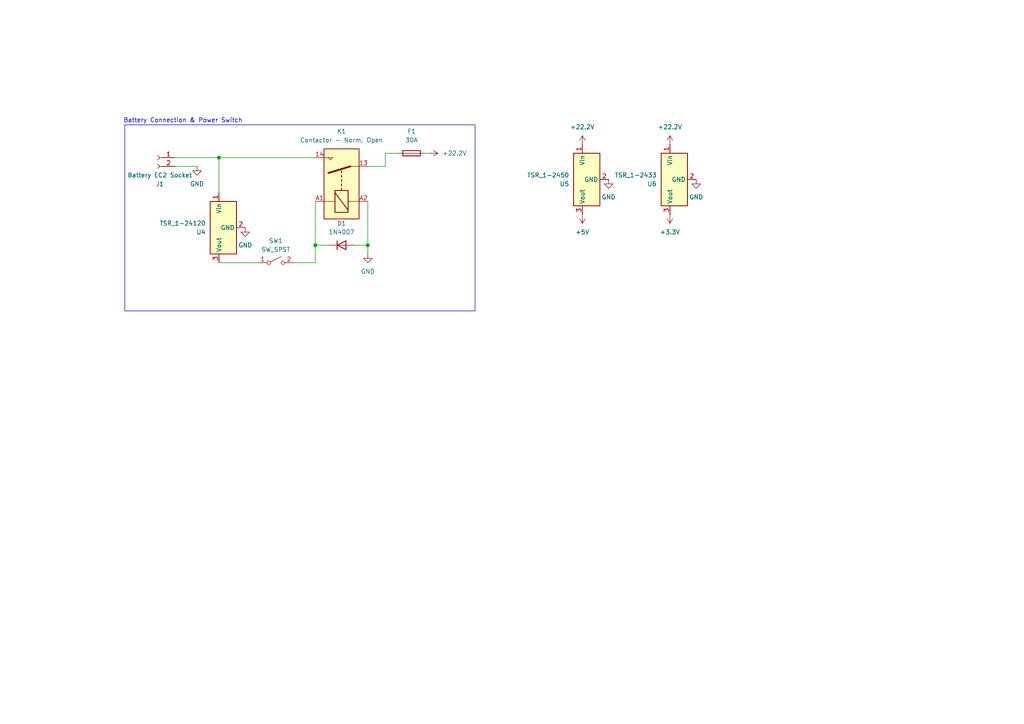
<source format=kicad_sch>
(kicad_sch (version 20250114) (generator "eeschema") (generator_version "9.0")
  (paper "A4")
  (lib_symbols
    (symbol "Connector:Conn_01x02_Socket" (pin_names (offset 1.016) (hide yes))
      (property "Reference" "J" (at 0 2.54 0))
      (property "Value" "Conn_01x02_Socket" (at 0 -5.08 0))
      (symbol "Conn_01x02_Socket_1_1"
        (polyline (pts (xy -1.27 0) (xy -0.508 0)) (stroke (width 0.1524)))
        (polyline (pts (xy -1.27 -2.54) (xy -0.508 -2.54)) (stroke (width 0.1524)))
        (arc (start 0 -0.508) (mid -0.5058 0) (end 0 0.508) (stroke (width 0.1524)))
        (arc (start 0 -3.048) (mid -0.5058 -2.54) (end 0 -2.032) (stroke (width 0.1524)))
        (pin passive line (at -5.08 0 0) (length 3.81) (name "Pin_1") (number "1"))
        (pin passive line (at -5.08 -2.54 0) (length 3.81) (name "Pin_2") (number "2"))
      )
    )
    (symbol "Device:Fuse" (pin_numbers (hide yes)) (pin_names (offset 0))
      (property "Reference" "F" (at 2.032 0 90))
      (property "Value" "Fuse" (at -1.905 0 90))
      (symbol "Fuse_0_1"
        (rectangle (start -0.762 -2.54) (end 0.762 2.54) (stroke (width 0.254)))
        (polyline (pts (xy 0 2.54) (xy 0 -2.54)))
      )
      (symbol "Fuse_1_1"
        (pin passive line (at 0 3.81 270) (length 1.27) (name "~") (number "1"))
        (pin passive line (at 0 -3.81 90) (length 1.27) (name "~") (number "2"))
      )
    )
    (symbol "Diode:1N4007" (pin_numbers (hide yes)) (pin_names (hide yes))
      (property "Reference" "D" (at 0 2.54 0))
      (property "Value" "1N4007" (at 0 -2.54 0))
      (symbol "1N4007_0_1"
        (polyline (pts (xy -1.27 1.27) (xy -1.27 -1.27)) (stroke (width 0.254)))
        (polyline (pts (xy 1.27 1.27) (xy 1.27 -1.27) (xy -1.27 0) (xy 1.27 1.27)) (stroke (width 0.254)))
        (polyline (pts (xy 1.27 0) (xy -1.27 0)))
      )
      (symbol "1N4007_1_1"
        (pin passive line (at -3.81 0 0) (length 2.54) (name "K") (number "1"))
        (pin passive line (at 3.81 0 180) (length 2.54) (name "A") (number "2"))
      )
    )
    (symbol "Regulator_Switching:TSR_1-24120"
      (property "Reference" "U" (at -7.62 6.35 0))
      (property "Value" "TSR_1-24120" (at -1.27 6.35 0))
      (symbol "TSR_1-24120_0_1"
        (rectangle (start -7.62 5.08) (end 7.62 -2.54) (stroke (width 0.254)) (fill (type background)))
      )
      (symbol "TSR_1-24120_1_1"
        (pin power_in line (at -10.16 2.54 0) (length 2.54) (name "Vin") (number "1"))
        (pin power_in line (at 0 -5.08 90) (length 2.54) (name "GND") (number "2"))
        (pin power_out line (at 10.16 2.54 180) (length 2.54) (name "Vout") (number "3"))
      )
    )
    (symbol "Regulator_Switching:TSR_1-2433"
      (property "Reference" "U" (at -7.62 6.35 0))
      (property "Value" "TSR_1-2433" (at -1.27 6.35 0))
      (symbol "TSR_1-2433_0_1"
        (rectangle (start -7.62 5.08) (end 7.62 -2.54) (stroke (width 0.254)) (fill (type background)))
      )
      (symbol "TSR_1-2433_1_1"
        (pin power_in line (at -10.16 2.54 0) (length 2.54) (name "Vin") (number "1"))
        (pin power_in line (at 0 -5.08 90) (length 2.54) (name "GND") (number "2"))
        (pin power_out line (at 10.16 2.54 180) (length 2.54) (name "Vout") (number "3"))
      )
    )
    (symbol "Regulator_Switching:TSR_1-2450"
      (property "Reference" "U" (at -7.62 6.35 0))
      (property "Value" "TSR_1-2450" (at -1.27 6.35 0))
      (symbol "TSR_1-2450_0_1"
        (rectangle (start -7.62 5.08) (end 7.62 -2.54) (stroke (width 0.254)) (fill (type background)))
      )
      (symbol "TSR_1-2450_1_1"
        (pin power_in line (at -10.16 2.54 0) (length 2.54) (name "Vin") (number "1"))
        (pin power_in line (at 0 -5.08 90) (length 2.54) (name "GND") (number "2"))
        (pin power_out line (at 10.16 2.54 180) (length 2.54) (name "Vout") (number "3"))
      )
    )
    (symbol "Relay:Relay_SPST-NO"
      (property "Reference" "K" (at 11.43 3.81 0))
      (property "Value" "Relay_SPST-NO" (at 11.43 1.27 0))
      (symbol "Relay_SPST-NO_0_0"
        (polyline (pts (xy 7.62 5.08) (xy 7.62 2.54) (xy 6.985 3.175) (xy 7.62 3.81)))
      )
      (symbol "Relay_SPST-NO_0_1"
        (rectangle (start -10.16 5.08) (end 10.16 -5.08) (stroke (width 0.254)) (fill (type background)))
        (rectangle (start -8.255 1.905) (end -1.905 -1.905) (stroke (width 0.254)))
        (polyline (pts (xy -7.62 -1.905) (xy -2.54 1.905)) (stroke (width 0.254)))
        (polyline (pts (xy -5.08 5.08) (xy -5.08 1.905)))
        (polyline (pts (xy -5.08 -5.08) (xy -5.08 -1.905)))
        (polyline (pts (xy -1.905 0) (xy -1.27 0)) (stroke (width 0.254)))
        (polyline (pts (xy -0.635 0) (xy 0 0)) (stroke (width 0.254)))
        (polyline (pts (xy 0.635 0) (xy 1.27 0)) (stroke (width 0.254)))
        (polyline (pts (xy 1.905 0) (xy 2.54 0)) (stroke (width 0.254)))
        (polyline (pts (xy 3.175 0) (xy 3.81 0)) (stroke (width 0.254)))
        (polyline (pts (xy 5.08 -2.54) (xy 3.175 3.81)) (stroke (width 0.508)))
        (polyline (pts (xy 5.08 -2.54) (xy 5.08 -5.08)))
      )
      (symbol "Relay_SPST-NO_1_1"
        (pin passive line (at -5.08 7.62 270) (length 2.54) (name "~") (number "A1"))
        (pin passive line (at -5.08 -7.62 90) (length 2.54) (name "~") (number "A2"))
        (pin passive line (at 5.08 -7.62 90) (length 2.54) (name "~") (number "13"))
        (pin passive line (at 7.62 7.62 270) (length 2.54) (name "~") (number "14"))
      )
    )
    (symbol "Switch:SW_SPST" (pin_names (offset 0) (hide yes))
      (property "Reference" "SW" (at 0 3.175 0))
      (property "Value" "SW_SPST" (at 0 -2.54 0))
      (symbol "SW_SPST_0_0"
        (circle (center -2.032 0) (radius 0.508))
        (polyline (pts (xy -1.524 0.254) (xy 1.524 1.778)))
        (circle (center 2.032 0) (radius 0.508))
      )
      (symbol "SW_SPST_1_1"
        (pin passive line (at -5.08 0 0) (length 2.54) (name "A") (number "1"))
        (pin passive line (at 5.08 0 180) (length 2.54) (name "B") (number "2"))
      )
    )
    (symbol "power:+24V" (power) (pin_numbers (hide yes)) (pin_names (offset 0) (hide yes))
      (property "Value" "+24V" (at 0 3.556 0))
      (symbol "+24V_0_1"
        (polyline (pts (xy -0.762 1.27) (xy 0 2.54)))
        (polyline (pts (xy 0 2.54) (xy 0.762 1.27)))
        (polyline (pts (xy 0 0) (xy 0 2.54)))
      )
      (symbol "+24V_1_1"
        (pin power_in line (at 0 0 90) (length 0) (name "~") (number "1"))
      )
    )
    (symbol "power:+3.3V" (power) (pin_numbers (hide yes)) (pin_names (offset 0) (hide yes))
      (property "Value" "+3.3V" (at 0 3.556 0))
      (symbol "+3.3V_0_1"
        (polyline (pts (xy -0.762 1.27) (xy 0 2.54)))
        (polyline (pts (xy 0 2.54) (xy 0.762 1.27)))
        (polyline (pts (xy 0 0) (xy 0 2.54)))
      )
      (symbol "+3.3V_1_1"
        (pin power_in line (at 0 0 90) (length 0) (name "~") (number "1"))
      )
    )
    (symbol "power:+5V" (power) (pin_numbers (hide yes)) (pin_names (offset 0) (hide yes))
      (property "Value" "+5V" (at 0 3.556 0))
      (symbol "+5V_0_1"
        (polyline (pts (xy -0.762 1.27) (xy 0 2.54)))
        (polyline (pts (xy 0 2.54) (xy 0.762 1.27)))
        (polyline (pts (xy 0 0) (xy 0 2.54)))
      )
      (symbol "+5V_1_1"
        (pin power_in line (at 0 0 90) (length 0) (name "~") (number "1"))
      )
    )
    (symbol "power:GND" (power) (pin_numbers (hide yes)) (pin_names (offset 0) (hide yes))
      (property "Value" "GND" (at 0 -3.81 0))
      (symbol "GND_0_1"
        (polyline (pts (xy 0 0) (xy 0 -1.27) (xy 1.27 -1.27) (xy 0 -2.54) (xy -1.27 -1.27) (xy 0 -1.27)))
      )
      (symbol "GND_1_1"
        (pin power_in line (at 0 0 270) (length 0) (name "~") (number "1"))
      )
    )
  )
  (rectangle (start 36.195 36.195) (end 137.795 90.17))
  (text "Battery Connection & Power Switch\n" (at 53.086 35.052 0) (effects (font (size 1.27 1.27))))
  (junction (at 91.44 71.12))
  (junction (at 63.5 45.72))
  (junction (at 106.68 71.12))
  (wire (pts (xy 63.5 76.2) (xy 74.93 76.2)))
  (wire (pts (xy 91.44 76.2) (xy 91.44 71.12)))
  (wire (pts (xy 57.15 48.26) (xy 50.8 48.26)))
  (wire (pts (xy 63.5 45.72) (xy 91.44 45.72)))
  (wire (pts (xy 106.68 48.26) (xy 111.76 48.26)))
  (wire (pts (xy 91.44 71.12) (xy 95.25 71.12)))
  (wire (pts (xy 106.68 73.66) (xy 106.68 71.12)))
  (wire (pts (xy 63.5 45.72) (xy 63.5 55.88)))
  (wire (pts (xy 106.68 58.42) (xy 106.68 71.12)))
  (wire (pts (xy 124.46 44.45) (xy 123.19 44.45)))
  (wire (pts (xy 111.76 48.26) (xy 111.76 44.45)))
  (wire (pts (xy 91.44 58.42) (xy 91.44 71.12)))
  (wire (pts (xy 111.76 44.45) (xy 115.57 44.45)))
  (wire (pts (xy 85.09 76.2) (xy 91.44 76.2)))
  (wire (pts (xy 106.68 71.12) (xy 102.87 71.12)))
  (wire (pts (xy 50.8 45.72) (xy 63.5 45.72)))
  (symbol (lib_id "power:GND") (at 57.15 48.26 0) (unit 1)
    (property "Reference" "#PWR06" (effects (hide yes)))
    (property "Value" "GND" (at 57.15 53.34 0))
    (property "Description" "Power symbol creates a global label with name \"GND\" , ground" (effects (hide yes)))
  )
  (symbol (lib_id "power:+24V") (at 168.91 41.91 0) (unit 1)
    (property "Reference" "#PWR010" (effects (hide yes)))
    (property "Value" "+22.2V" (at 168.91 36.83 0))
    (property "Description" "Power symbol creates a global label with name \"+24V\"" (effects (hide yes)))
  )
  (symbol (lib_id "power:GND") (at 201.93 52.07 0) (unit 1)
    (property "Reference" "#PWR014" (effects (hide yes)))
    (property "Value" "GND" (at 201.93 57.15 0))
    (property "Description" "Power symbol creates a global label with name \"GND\" , ground" (effects (hide yes)))
  )
  (symbol (lib_id "Regulator_Switching:TSR_1-2433") (at 196.85 52.07 90) (mirror x) (unit 1)
    (property "Reference" "U6" (at 190.5 53.3401 90) (effects (justify left)))
    (property "Value" "TSR_1-2433" (at 190.5 50.8001 90) (effects (justify left)))
    (property "Footprint" "Converter_DCDC:Converter_DCDC_TRACO_TSR-1_THT" (effects (hide yes)))
    (property "Datasheet" "http://www.tracopower.com/products/tsr1.pdf" (effects (hide yes)))
    (property "Description" "1A step-down regulator module, fixed 3.3V output voltage, 5-36V input voltage, -40°C to +85°C temperature range, TO-220 compatible LM78xx replacement" (effects (hide yes)))
  )
  (symbol (lib_id "Relay:Relay_SPST-NO") (at 99.06 53.34 90) (unit 1)
    (property "Reference" "K1" (at 99.06 38.1 90))
    (property "Value" "Contactor - Norm. Open" (at 99.06 40.64 90))
    (property "Description" "Relay SPST, normally open, EN50005" (effects (hide yes)))
  )
  (symbol (lib_id "Regulator_Switching:TSR_1-2450") (at 171.45 52.07 90) (mirror x) (unit 1)
    (property "Reference" "U5" (at 165.1 53.3401 90) (effects (justify left)))
    (property "Value" "TSR_1-2450" (at 165.1 50.8001 90) (effects (justify left)))
    (property "Footprint" "Converter_DCDC:Converter_DCDC_TRACO_TSR-1_THT" (effects (hide yes)))
    (property "Datasheet" "http://www.tracopower.com/products/tsr1.pdf" (effects (hide yes)))
    (property "Description" "1A step-down regulator module, fixed 5V output voltage, 5-36V input voltage, -40°C to +85°C temperature range, TO-220 compatible LM78xx replacement" (effects (hide yes)))
  )
  (symbol (lib_id "Regulator_Switching:TSR_1-24120") (at 66.04 66.04 90) (mirror x) (unit 1)
    (property "Reference" "U4" (at 59.69 67.3101 90) (effects (justify left)))
    (property "Value" "TSR_1-24120" (at 59.69 64.7701 90) (effects (justify left)))
    (property "Footprint" "Converter_DCDC:Converter_DCDC_TRACO_TSR-1_THT" (effects (hide yes)))
    (property "Datasheet" "http://www.tracopower.com/products/tsr1.pdf" (effects (hide yes)))
    (property "Description" "1A step-down regulator module, fixed 12V output voltage, 5-36V input voltage, -40°C to +85°C temperature range, TO-220 compatible LM78xx replacement" (effects (hide yes)))
  )
  (symbol (lib_id "power:GND") (at 106.68 73.66 0) (unit 1)
    (property "Reference" "#PWR08" (effects (hide yes)))
    (property "Value" "GND" (at 106.68 78.74 0))
    (property "Description" "Power symbol creates a global label with name \"GND\" , ground" (effects (hide yes)))
  )
  (symbol (lib_id "Connector:Conn_01x02_Socket") (at 45.72 45.72 0) (mirror y) (unit 1)
    (property "Reference" "J1" (at 46.355 53.34 0))
    (property "Value" "Battery EC2 Socket" (at 46.355 50.8 0))
    (property "Description" "Generic connector, single row, 01x02, script generated" (effects (hide yes)))
  )
  (symbol (lib_id "power:GND") (at 71.12 66.04 0) (unit 1)
    (property "Reference" "#PWR09" (effects (hide yes)))
    (property "Value" "GND" (at 71.12 71.12 0))
    (property "Description" "Power symbol creates a global label with name \"GND\" , ground" (effects (hide yes)))
  )
  (symbol (lib_id "Device:Fuse") (at 119.38 44.45 90) (unit 1)
    (property "Reference" "F1" (at 119.38 38.1 90))
    (property "Value" "30A" (at 119.38 40.64 90))
    (property "Description" "Fuse" (effects (hide yes)))
  )
  (symbol (lib_id "power:+3.3V") (at 194.31 62.23 180) (unit 1)
    (property "Reference" "#PWR015" (effects (hide yes)))
    (property "Value" "+3.3V" (at 194.31 67.31 0))
    (property "Description" "Power symbol creates a global label with name \"+3.3V\"" (effects (hide yes)))
  )
  (symbol (lib_id "power:+24V") (at 124.46 44.45 270) (unit 1)
    (property "Reference" "#PWR07" (effects (hide yes)))
    (property "Value" "+22.2V" (at 128.27 44.4499 90) (effects (justify left)))
    (property "Description" "Power symbol creates a global label with name \"+24V\"" (effects (hide yes)))
  )
  (symbol (lib_id "Switch:SW_SPST") (at 80.01 76.2 0) (unit 1)
    (property "Reference" "SW1" (at 80.01 69.85 0))
    (property "Value" "SW_SPST" (at 80.01 72.39 0))
    (property "Description" "Single Pole Single Throw (SPST) switch" (effects (hide yes)))
  )
  (symbol (lib_id "power:GND") (at 176.53 52.07 0) (unit 1)
    (property "Reference" "#PWR012" (effects (hide yes)))
    (property "Value" "GND" (at 176.53 57.15 0))
    (property "Description" "Power symbol creates a global label with name \"GND\" , ground" (effects (hide yes)))
  )
  (symbol (lib_id "power:+24V") (at 194.31 41.91 0) (unit 1)
    (property "Reference" "#PWR011" (effects (hide yes)))
    (property "Value" "+22.2V" (at 194.31 36.83 0))
    (property "Description" "Power symbol creates a global label with name \"+24V\"" (effects (hide yes)))
  )
  (symbol (lib_id "power:+5V") (at 168.91 62.23 180) (unit 1)
    (property "Reference" "#PWR013" (effects (hide yes)))
    (property "Value" "+5V" (at 168.91 67.31 0))
    (property "Description" "Power symbol creates a global label with name \"+5V\"" (effects (hide yes)))
  )
  (symbol (lib_id "Diode:1N4007") (at 99.06 71.12 0) (unit 1)
    (property "Reference" "D1" (at 99.06 64.77 0))
    (property "Value" "1N4007" (at 99.06 67.31 0))
    (property "Footprint" "Diode_THT:D_DO-41_SOD81_P10.16mm_Horizontal" (effects (hide yes)))
    (property "Datasheet" "http://www.vishay.com/docs/88503/1n4001.pdf" (effects (hide yes)))
    (property "Description" "1000V 1A General Purpose Rectifier Diode, DO-41" (effects (hide yes)))
    (property "Sim.Device" "D" (effects (hide yes)))
    (property "Sim.Pins" "1=K 2=A" (effects (hide yes)))
  )
)
</source>
